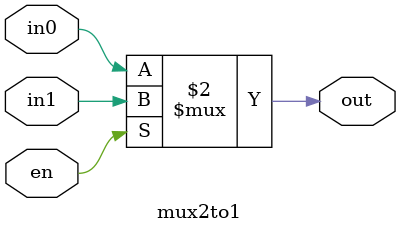
<source format=v>
`timescale 1ns / 1ps


module mux2to1(
    output wire out,
    input wire in0,
    input wire in1,
    input wire en 
    );

    assign out= (en==1) ? in1 : in0;
endmodule

</source>
